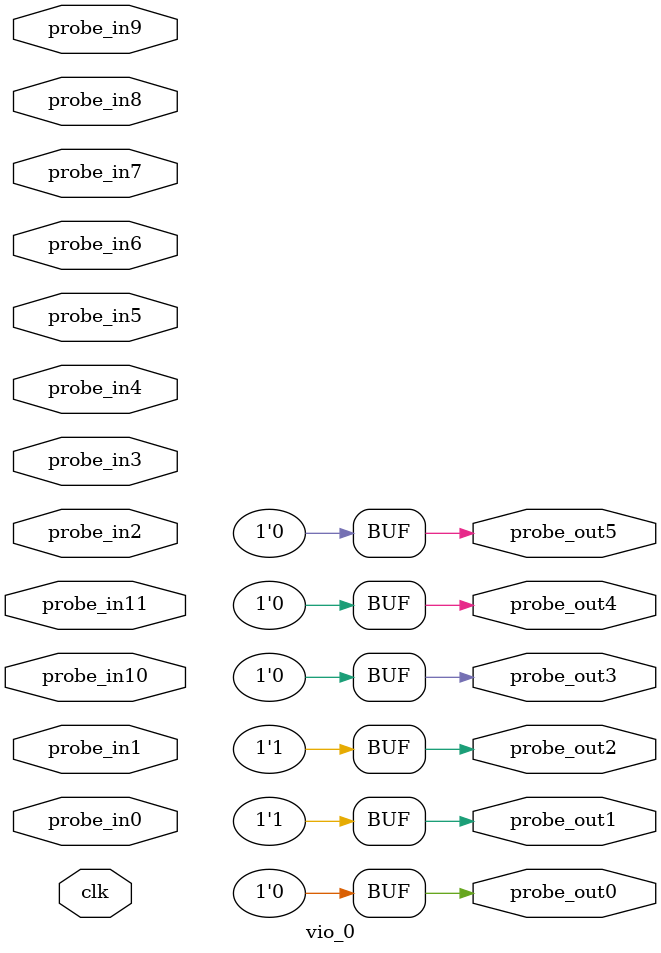
<source format=v>
`timescale 1ns / 1ps
module vio_0 (
clk,
probe_in0,probe_in1,probe_in2,probe_in3,probe_in4,probe_in5,probe_in6,probe_in7,probe_in8,probe_in9,probe_in10,probe_in11,
probe_out0,
probe_out1,
probe_out2,
probe_out3,
probe_out4,
probe_out5
);

input clk;
input [0 : 0] probe_in0;
input [0 : 0] probe_in1;
input [0 : 0] probe_in2;
input [0 : 0] probe_in3;
input [0 : 0] probe_in4;
input [0 : 0] probe_in5;
input [0 : 0] probe_in6;
input [0 : 0] probe_in7;
input [0 : 0] probe_in8;
input [0 : 0] probe_in9;
input [0 : 0] probe_in10;
input [31 : 0] probe_in11;

output reg [0 : 0] probe_out0 = 'h0 ;
output reg [0 : 0] probe_out1 = 'h1 ;
output reg [0 : 0] probe_out2 = 'h1 ;
output reg [0 : 0] probe_out3 = 'h0 ;
output reg [0 : 0] probe_out4 = 'h0 ;
output reg [0 : 0] probe_out5 = 'h0 ;


endmodule

</source>
